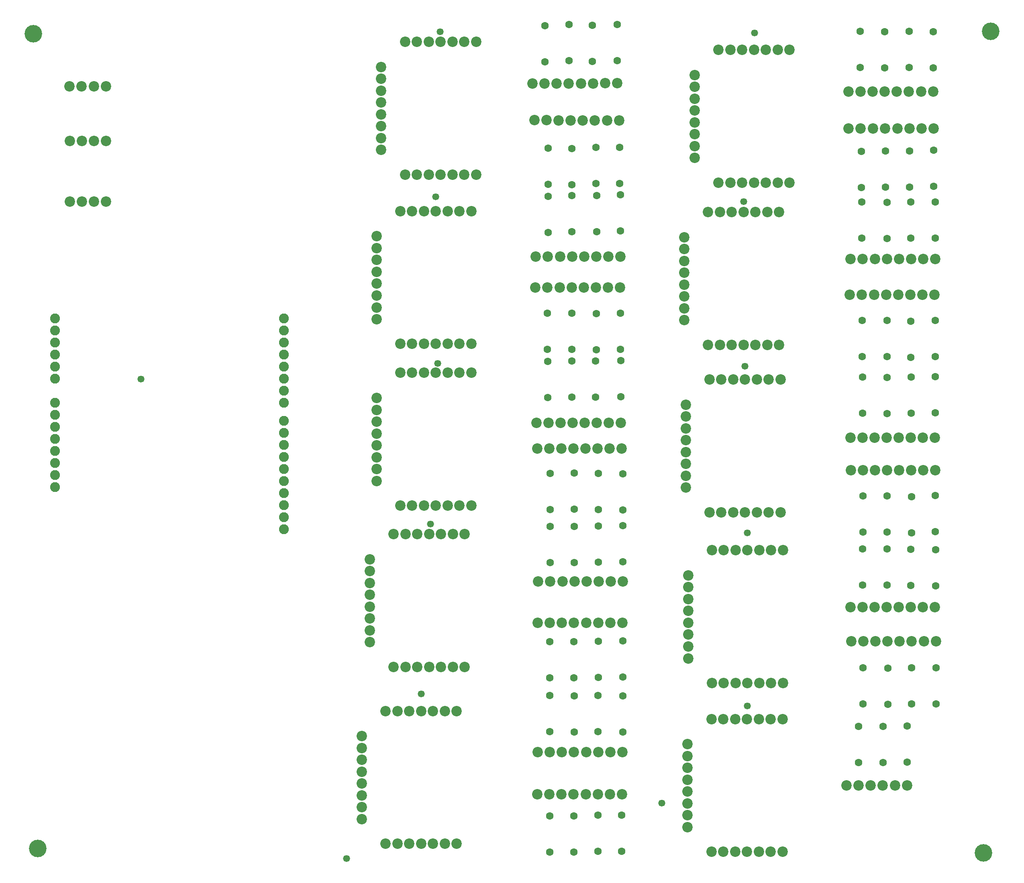
<source format=gts>
G04 Layer_Color=8388736*
%FSLAX42Y42*%
%MOMM*%
G71*
G01*
G75*
%ADD10C,2.20*%
%ADD11C,1.60*%
%ADD12C,2.08*%
%ADD13C,3.70*%
%ADD14C,1.47*%
D10*
X9430Y26770D02*
D03*
X9680D02*
D03*
X9930D02*
D03*
X10180D02*
D03*
X10430D02*
D03*
X10680D02*
D03*
X10930D02*
D03*
X9430Y23970D02*
D03*
X9680D02*
D03*
X9930D02*
D03*
X10180D02*
D03*
X10430D02*
D03*
X10680D02*
D03*
X10930D02*
D03*
X8930Y26240D02*
D03*
Y25990D02*
D03*
Y25490D02*
D03*
Y25740D02*
D03*
Y25240D02*
D03*
Y24990D02*
D03*
Y24740D02*
D03*
Y24490D02*
D03*
X15820Y23180D02*
D03*
X16070D02*
D03*
X16320D02*
D03*
X16570D02*
D03*
X16820D02*
D03*
X17070D02*
D03*
X17320D02*
D03*
X15820Y20380D02*
D03*
X16070D02*
D03*
X16320D02*
D03*
X16570D02*
D03*
X16820D02*
D03*
X17070D02*
D03*
X17320D02*
D03*
X15320Y22650D02*
D03*
Y22400D02*
D03*
Y21900D02*
D03*
Y22150D02*
D03*
Y21650D02*
D03*
Y21400D02*
D03*
Y21150D02*
D03*
Y20900D02*
D03*
X9330Y23200D02*
D03*
X9580D02*
D03*
X9830D02*
D03*
X10080D02*
D03*
X10330D02*
D03*
X10580D02*
D03*
X10830D02*
D03*
X9330Y20400D02*
D03*
X9580D02*
D03*
X9830D02*
D03*
X10080D02*
D03*
X10330D02*
D03*
X10580D02*
D03*
X10830D02*
D03*
X8830Y22670D02*
D03*
Y22420D02*
D03*
Y21920D02*
D03*
Y22170D02*
D03*
Y21670D02*
D03*
Y21420D02*
D03*
Y21170D02*
D03*
Y20920D02*
D03*
X15850Y19650D02*
D03*
X16100D02*
D03*
X16350D02*
D03*
X16600D02*
D03*
X16850D02*
D03*
X17100D02*
D03*
X17350D02*
D03*
X15850Y16850D02*
D03*
X16100D02*
D03*
X16350D02*
D03*
X16600D02*
D03*
X16850D02*
D03*
X17100D02*
D03*
X17350D02*
D03*
X15350Y19120D02*
D03*
Y18870D02*
D03*
Y18370D02*
D03*
Y18620D02*
D03*
Y18120D02*
D03*
Y17870D02*
D03*
Y17620D02*
D03*
Y17370D02*
D03*
X9330Y19790D02*
D03*
X9580D02*
D03*
X9830D02*
D03*
X10080D02*
D03*
X10330D02*
D03*
X10580D02*
D03*
X10830D02*
D03*
X9330Y16990D02*
D03*
X9580D02*
D03*
X9830D02*
D03*
X10080D02*
D03*
X10330D02*
D03*
X10580D02*
D03*
X10830D02*
D03*
X8830Y19260D02*
D03*
Y19010D02*
D03*
Y18510D02*
D03*
Y18760D02*
D03*
Y18260D02*
D03*
Y18010D02*
D03*
Y17760D02*
D03*
Y17510D02*
D03*
X9190Y16390D02*
D03*
X9440D02*
D03*
X9690D02*
D03*
X9940D02*
D03*
X10190D02*
D03*
X10440D02*
D03*
X10690D02*
D03*
X9190Y13590D02*
D03*
X9440D02*
D03*
X9690D02*
D03*
X9940D02*
D03*
X10190D02*
D03*
X10440D02*
D03*
X10690D02*
D03*
X8690Y15860D02*
D03*
Y15610D02*
D03*
Y15110D02*
D03*
Y15360D02*
D03*
Y14860D02*
D03*
Y14610D02*
D03*
Y14360D02*
D03*
Y14110D02*
D03*
X15900Y16050D02*
D03*
X16150D02*
D03*
X16400D02*
D03*
X16650D02*
D03*
X16900D02*
D03*
X17150D02*
D03*
X17400D02*
D03*
X15900Y13250D02*
D03*
X16150D02*
D03*
X16400D02*
D03*
X16650D02*
D03*
X16900D02*
D03*
X17150D02*
D03*
X17400D02*
D03*
X15400Y15520D02*
D03*
Y15270D02*
D03*
Y14770D02*
D03*
Y15020D02*
D03*
Y14520D02*
D03*
Y14270D02*
D03*
Y14020D02*
D03*
Y13770D02*
D03*
X9020Y12660D02*
D03*
X9270D02*
D03*
X9520D02*
D03*
X9770D02*
D03*
X10020D02*
D03*
X10270D02*
D03*
X10520D02*
D03*
X9020Y9860D02*
D03*
X9270D02*
D03*
X9520D02*
D03*
X9770D02*
D03*
X10020D02*
D03*
X10270D02*
D03*
X10520D02*
D03*
X8520Y12130D02*
D03*
Y11880D02*
D03*
Y11380D02*
D03*
Y11630D02*
D03*
Y11130D02*
D03*
Y10880D02*
D03*
Y10630D02*
D03*
Y10380D02*
D03*
X15890Y12490D02*
D03*
X16140D02*
D03*
X16390D02*
D03*
X16640D02*
D03*
X16890D02*
D03*
X17140D02*
D03*
X17390D02*
D03*
X15890Y9690D02*
D03*
X16140D02*
D03*
X16390D02*
D03*
X16640D02*
D03*
X16890D02*
D03*
X17140D02*
D03*
X17390D02*
D03*
X15390Y11960D02*
D03*
Y11710D02*
D03*
Y11210D02*
D03*
Y11460D02*
D03*
Y10960D02*
D03*
Y10710D02*
D03*
Y10460D02*
D03*
Y10210D02*
D03*
X18780Y25720D02*
D03*
X19034D02*
D03*
X19290D02*
D03*
X19544D02*
D03*
X19800D02*
D03*
X20054D02*
D03*
X20310D02*
D03*
X20564D02*
D03*
X18784Y24940D02*
D03*
X19038D02*
D03*
X12116Y25890D02*
D03*
X12370D02*
D03*
X19300Y24940D02*
D03*
X19554D02*
D03*
X12626Y25890D02*
D03*
X12880D02*
D03*
X13646Y25900D02*
D03*
X13900D02*
D03*
X19810Y24940D02*
D03*
X20064D02*
D03*
X13140Y25890D02*
D03*
X13394D02*
D03*
X12160Y25120D02*
D03*
X12414D02*
D03*
X20320Y24940D02*
D03*
X20574D02*
D03*
X12670Y25110D02*
D03*
X12924D02*
D03*
X18824Y22190D02*
D03*
X19078D02*
D03*
X13180Y25110D02*
D03*
X13434D02*
D03*
X19340Y22190D02*
D03*
X19594D02*
D03*
X13690Y25110D02*
D03*
X13944D02*
D03*
X19850Y22190D02*
D03*
X20104D02*
D03*
X20360D02*
D03*
X20614D02*
D03*
X12186Y22240D02*
D03*
X12440D02*
D03*
X18810Y21440D02*
D03*
X19064D02*
D03*
X12700Y22240D02*
D03*
X12954D02*
D03*
X19320Y21440D02*
D03*
X19574D02*
D03*
X13210Y22240D02*
D03*
X13464D02*
D03*
X19830Y21440D02*
D03*
X20084D02*
D03*
X13720Y22240D02*
D03*
X13974D02*
D03*
X20340Y21440D02*
D03*
X20594D02*
D03*
X12180Y21590D02*
D03*
X12434D02*
D03*
X12690D02*
D03*
X12944D02*
D03*
X13200D02*
D03*
X13454D02*
D03*
X18820Y18420D02*
D03*
X19074D02*
D03*
X13710Y21590D02*
D03*
X13964D02*
D03*
X19840Y18420D02*
D03*
X20094D02*
D03*
X19330D02*
D03*
X19584D02*
D03*
X20350D02*
D03*
X20604D02*
D03*
X12200Y18740D02*
D03*
X12454D02*
D03*
X2870Y25830D02*
D03*
X3124D02*
D03*
X18830Y17740D02*
D03*
X19084D02*
D03*
X12710Y18740D02*
D03*
X12964D02*
D03*
X2870Y24680D02*
D03*
X3124D02*
D03*
X13220Y18740D02*
D03*
X13474D02*
D03*
X2870Y23400D02*
D03*
X3124D02*
D03*
X19340Y17740D02*
D03*
X19594D02*
D03*
X13730Y18740D02*
D03*
X13984D02*
D03*
X19850Y17740D02*
D03*
X20104D02*
D03*
X12216Y18190D02*
D03*
X12470D02*
D03*
X20360Y17740D02*
D03*
X20614D02*
D03*
X12726Y18190D02*
D03*
X12980D02*
D03*
X13746D02*
D03*
X14000D02*
D03*
X13236D02*
D03*
X13490D02*
D03*
X12240Y15390D02*
D03*
X12494D02*
D03*
X12750D02*
D03*
X13004D02*
D03*
X18820Y14850D02*
D03*
X19074D02*
D03*
X19330D02*
D03*
X19584D02*
D03*
X19840D02*
D03*
X20094D02*
D03*
X13260Y15390D02*
D03*
X13514D02*
D03*
X20350Y14850D02*
D03*
X20604D02*
D03*
X13770Y15390D02*
D03*
X14024D02*
D03*
X18840Y14130D02*
D03*
X19094D02*
D03*
X12230Y14520D02*
D03*
X12484D02*
D03*
X13250D02*
D03*
X13504D02*
D03*
X19350Y14130D02*
D03*
X19604D02*
D03*
X12740Y14520D02*
D03*
X12994D02*
D03*
X13760D02*
D03*
X14014D02*
D03*
X19860Y14130D02*
D03*
X20114D02*
D03*
X20370D02*
D03*
X20624D02*
D03*
X2356Y25830D02*
D03*
X2610D02*
D03*
X2360Y24680D02*
D03*
X2614D02*
D03*
X18740Y11090D02*
D03*
X18994D02*
D03*
X2360Y23400D02*
D03*
X2614D02*
D03*
X12230Y11790D02*
D03*
X12484D02*
D03*
X19250Y11090D02*
D03*
X19504D02*
D03*
X12740Y11790D02*
D03*
X12994D02*
D03*
X19760Y11090D02*
D03*
X20014D02*
D03*
X13250Y11790D02*
D03*
X13504D02*
D03*
X13760D02*
D03*
X14014D02*
D03*
X12220Y10900D02*
D03*
X12474D02*
D03*
X13240D02*
D03*
X13494D02*
D03*
X12730D02*
D03*
X12984D02*
D03*
X13750D02*
D03*
X14004D02*
D03*
X16040Y26600D02*
D03*
X16290D02*
D03*
X16540D02*
D03*
X16790D02*
D03*
X17040D02*
D03*
X17290D02*
D03*
X17540D02*
D03*
X16040Y23800D02*
D03*
X16290D02*
D03*
X16540D02*
D03*
X16790D02*
D03*
X17040D02*
D03*
X17290D02*
D03*
X17540D02*
D03*
X15540Y26070D02*
D03*
Y25820D02*
D03*
Y25320D02*
D03*
Y25570D02*
D03*
Y25070D02*
D03*
Y24820D02*
D03*
Y24570D02*
D03*
Y24320D02*
D03*
D11*
X19030Y26229D02*
D03*
Y26991D02*
D03*
X19540Y26219D02*
D03*
Y26981D02*
D03*
X20060Y26229D02*
D03*
Y26991D02*
D03*
X20570Y26219D02*
D03*
Y26981D02*
D03*
X19050Y24461D02*
D03*
Y23699D02*
D03*
X12380Y26349D02*
D03*
Y27111D02*
D03*
X19560Y24471D02*
D03*
Y23709D02*
D03*
X12890Y26369D02*
D03*
Y27131D02*
D03*
X20070Y24471D02*
D03*
Y23709D02*
D03*
X13380Y26359D02*
D03*
Y27121D02*
D03*
X20580Y24481D02*
D03*
Y23719D02*
D03*
X13900Y26369D02*
D03*
Y27131D02*
D03*
X12444Y24531D02*
D03*
Y23769D02*
D03*
X12944Y24521D02*
D03*
Y23759D02*
D03*
X19060Y22629D02*
D03*
Y23391D02*
D03*
X13454Y24541D02*
D03*
Y23779D02*
D03*
X19590Y22619D02*
D03*
Y23381D02*
D03*
X13954Y24541D02*
D03*
Y23779D02*
D03*
X20090Y22629D02*
D03*
Y23391D02*
D03*
X20610Y22629D02*
D03*
Y23391D02*
D03*
X12450Y22749D02*
D03*
Y23511D02*
D03*
X19070Y20891D02*
D03*
Y20129D02*
D03*
X12950Y22769D02*
D03*
Y23531D02*
D03*
X19590Y20891D02*
D03*
Y20129D02*
D03*
X13470Y22769D02*
D03*
Y23531D02*
D03*
X20090Y20881D02*
D03*
Y20119D02*
D03*
X13970Y22779D02*
D03*
Y23541D02*
D03*
X20610Y20891D02*
D03*
Y20129D02*
D03*
X12430Y21051D02*
D03*
Y20289D02*
D03*
X12950Y21051D02*
D03*
Y20289D02*
D03*
X13460Y21041D02*
D03*
Y20279D02*
D03*
X19080Y18939D02*
D03*
Y19701D02*
D03*
X13970Y21051D02*
D03*
Y20289D02*
D03*
X19590Y18929D02*
D03*
Y19691D02*
D03*
X20100Y18939D02*
D03*
Y19701D02*
D03*
X12440Y19269D02*
D03*
Y20031D02*
D03*
X20610Y18949D02*
D03*
Y19711D02*
D03*
X12950Y19279D02*
D03*
Y20041D02*
D03*
X19090Y17191D02*
D03*
Y16429D02*
D03*
X13450Y19279D02*
D03*
Y20041D02*
D03*
X19590Y17191D02*
D03*
Y16429D02*
D03*
X20110Y17181D02*
D03*
Y16419D02*
D03*
X12490Y17671D02*
D03*
Y16909D02*
D03*
X20610Y17201D02*
D03*
Y16439D02*
D03*
X13000Y17681D02*
D03*
Y16919D02*
D03*
X13510Y17671D02*
D03*
Y16909D02*
D03*
X14020Y17661D02*
D03*
Y16899D02*
D03*
X19080Y15319D02*
D03*
Y16081D02*
D03*
X12490Y15789D02*
D03*
Y16551D02*
D03*
X19590Y15319D02*
D03*
Y16081D02*
D03*
X13000Y15789D02*
D03*
Y16551D02*
D03*
X20090Y15309D02*
D03*
Y16071D02*
D03*
X13510Y15799D02*
D03*
Y16561D02*
D03*
X20620Y15299D02*
D03*
Y16061D02*
D03*
X14020Y15809D02*
D03*
Y16571D02*
D03*
X19090Y13571D02*
D03*
Y12809D02*
D03*
X12480Y14121D02*
D03*
Y13359D02*
D03*
X19610Y13561D02*
D03*
Y12799D02*
D03*
X12990Y14121D02*
D03*
Y13359D02*
D03*
X20110Y13571D02*
D03*
Y12809D02*
D03*
X13510Y14131D02*
D03*
Y13369D02*
D03*
X20630Y13571D02*
D03*
Y12809D02*
D03*
X14020Y14141D02*
D03*
Y13379D02*
D03*
X18990Y11569D02*
D03*
Y12331D02*
D03*
X12480Y12228D02*
D03*
Y12990D02*
D03*
X19510Y11569D02*
D03*
Y12331D02*
D03*
X13000Y12218D02*
D03*
Y12980D02*
D03*
X20020Y11579D02*
D03*
Y12341D02*
D03*
X13500Y12228D02*
D03*
Y12990D02*
D03*
X14020Y12218D02*
D03*
Y12980D02*
D03*
X12480Y10451D02*
D03*
Y9689D02*
D03*
X12990Y10451D02*
D03*
Y9689D02*
D03*
X13500Y10461D02*
D03*
Y9699D02*
D03*
X14000Y10461D02*
D03*
Y9699D02*
D03*
X13980Y19289D02*
D03*
Y20051D02*
D03*
D12*
X2050Y17379D02*
D03*
Y17633D02*
D03*
X6876Y16490D02*
D03*
Y16744D02*
D03*
Y16998D02*
D03*
Y17252D02*
D03*
Y17506D02*
D03*
Y17760D02*
D03*
Y18014D02*
D03*
Y18268D02*
D03*
Y18522D02*
D03*
Y18776D02*
D03*
Y19157D02*
D03*
Y19411D02*
D03*
Y19665D02*
D03*
Y19919D02*
D03*
Y20173D02*
D03*
Y20427D02*
D03*
Y20681D02*
D03*
Y20935D02*
D03*
X2050D02*
D03*
Y20681D02*
D03*
Y20427D02*
D03*
Y20173D02*
D03*
Y19919D02*
D03*
Y19665D02*
D03*
Y19157D02*
D03*
Y18903D02*
D03*
Y18649D02*
D03*
Y18395D02*
D03*
Y18141D02*
D03*
Y17887D02*
D03*
D13*
X1590Y26940D02*
D03*
X1690Y9760D02*
D03*
X21630Y9670D02*
D03*
X21780Y26990D02*
D03*
D14*
X9770Y13020D02*
D03*
X9970Y16600D02*
D03*
X8200Y9550D02*
D03*
X14840Y10720D02*
D03*
X10120Y19990D02*
D03*
X10080Y23500D02*
D03*
X3860Y19660D02*
D03*
X16800Y26960D02*
D03*
X16570Y23400D02*
D03*
X16600Y19930D02*
D03*
X16650Y16420D02*
D03*
Y12770D02*
D03*
X10170Y26980D02*
D03*
M02*

</source>
